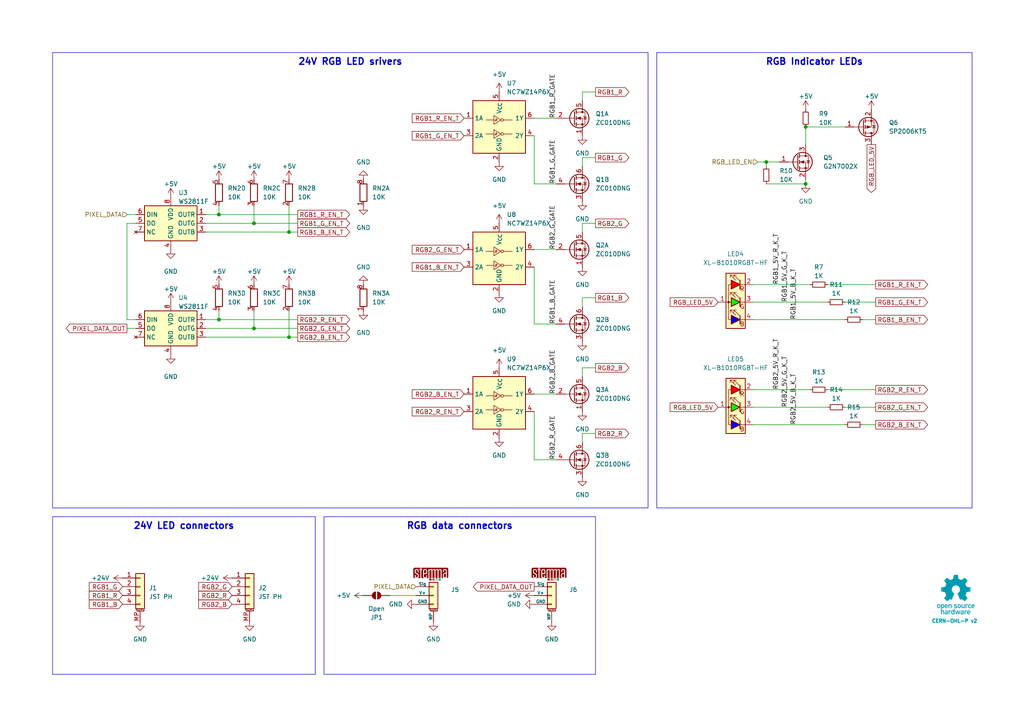
<source format=kicad_sch>
(kicad_sch (version 20231120) (generator "eeschema") (generator_version "8.0")
  (paper "A4")
  (lib_symbols
    (symbol "Connector_Generic_MountingPin:Conn_01x04_MountingPin" (pin_names (offset 1.016) hide)
      (property "Reference" "J" (at 0 5.08 0))
      (property "Value" "Conn_01x04_MountingPin" (at 1.27 -7.62 0))
      (symbol "Conn_01x04_MountingPin_1_1"
        (text "Mounting" (at 0 -6.731 0) (effects (font (size 0.381 0.381))))
        (pin passive line (at -5.08 2.54 0) (length 3.81) (name "Pin_1") (number "1"))
        (pin passive line (at -5.08 0 0) (length 3.81) (name "Pin_2") (number "2"))
        (pin passive line (at -5.08 -2.54 0) (length 3.81) (name "Pin_3") (number "3"))
        (pin passive line (at -5.08 -5.08 0) (length 3.81) (name "Pin_4") (number "4"))
        (pin passive line (at 0 -10.16 90) (length 3.048) (name "MountPin") (number "MP"))
      )
    )
    (symbol "Device:R_Pack04_Split" (pin_names (offset 0) hide)
      (property "Reference" "RN" (at 2.032 0 90))
      (property "Value" "R_Pack04_Split" (at 0 0 90))
      (symbol "R_Pack04_Split_1_1"
        (pin passive line (at 0 -3.81 90) (length 1.27) (name "R1.1") (number "1"))
        (pin passive line (at 0 3.81 270) (length 1.27) (name "R1.2") (number "8"))
      )
      (symbol "R_Pack04_Split_2_1"
        (pin passive line (at 0 -3.81 90) (length 1.27) (name "R2.1") (number "2"))
        (pin passive line (at 0 3.81 270) (length 1.27) (name "R2.2") (number "7"))
      )
      (symbol "R_Pack04_Split_3_1"
        (pin passive line (at 0 -3.81 90) (length 1.27) (name "R3.1") (number "3"))
        (pin passive line (at 0 3.81 270) (length 1.27) (name "R3.2") (number "6"))
      )
      (symbol "R_Pack04_Split_4_1"
        (pin passive line (at 0 -3.81 90) (length 1.27) (name "R4.1") (number "4"))
        (pin passive line (at 0 3.81 270) (length 1.27) (name "R4.2") (number "5"))
      )
    )
    (symbol "Device:R_Small" (pin_numbers hide) (pin_names (offset 0.254) hide)
      (property "Reference" "R" (at 0.762 0.508 0))
      (property "Value" "R_Small" (at 0.762 -1.016 0))
      (symbol "R_Small_1_1"
        (pin passive line (at 0 2.54 270) (length 0.762) (name "~") (number "1"))
        (pin passive line (at 0 -2.54 90) (length 0.762) (name "~") (number "2"))
      )
    )
    (symbol "Jumper:SolderJumper_2_Open" (pin_numbers hide) (pin_names (offset 0) hide) (exclude_from_sim yes) (in_bom no)
      (property "Reference" "JP" (at 0 2.032 0))
      (property "Value" "SolderJumper_2_Open" (at 0 -2.54 0))
      (symbol "SolderJumper_2_Open_1_1"
        (pin passive line (at -3.81 0 0) (length 2.54) (name "A") (number "1"))
        (pin passive line (at 3.81 0 180) (length 2.54) (name "B") (number "2"))
      )
    )
    (symbol "connector:STEMMA-Signal" (pin_numbers hide) (pin_names (offset 0))
      (property "Reference" "J" (at 2.54 0 0))
      (symbol "STEMMA-Signal_1_1"
        (text "Mounting" (at 0 -4.191 0) (effects (font (size 0.381 0.381))))
        (pin passive line (at -5.08 2.54 0) (length 3.81) (name "Sig") (number "1"))
        (pin passive line (at -5.08 0 0) (length 3.81) (name "V+") (number "2"))
        (pin passive line (at -5.08 -2.54 0) (length 3.81) (name "GND") (number "3"))
        (pin passive line (at 0 -7.62 90) (length 3.048) (name "MP") (number "MP"))
      )
    )
    (symbol "discrete:G2N7002X" (pin_names hide)
      (property "Reference" "Q" (at 5.08 1.905 0))
      (property "Value" "G2N7002X" (at 5.08 0 0))
      (symbol "G2N7002X_1_1"
        (pin input line (at -5.08 0 0) (length 2.54) (name "G") (number "1"))
        (pin passive line (at 2.54 -5.08 90) (length 2.54) (name "S") (number "2"))
        (pin passive line (at 2.54 5.08 270) (length 2.54) (name "D") (number "3"))
      )
    )
    (symbol "discrete:SP2006KT5" (pin_names hide)
      (property "Reference" "Q" (at 5.08 1.905 0))
      (property "Value" "SP2006KT5" (at 5.08 0 0))
      (symbol "SP2006KT5_1_1"
        (pin input line (at -5.08 0 0) (length 2.54) (name "G") (number "1"))
        (pin passive line (at 2.54 -5.08 90) (length 2.54) (name "S") (number "2"))
        (pin passive line (at 2.54 5.08 270) (length 2.54) (name "D") (number "3"))
      )
    )
    (symbol "discrete:XL-B1010RGBT-HF" (pin_names (offset 0) hide)
      (property "Reference" "D" (at 0 9.398 0))
      (property "Value" "XL-B1010RGBT-HF" (at 0 -8.89 0))
      (symbol "XL-B1010RGBT-HF_0_0"
        (text "B" (at -1.905 -6.35 0) (effects (font (size 1.27 1.27))))
        (text "G" (at -1.905 -1.27 0) (effects (font (size 1.27 1.27))))
        (text "R" (at -1.905 3.81 0) (effects (font (size 1.27 1.27))))
      )
      (symbol "XL-B1010RGBT-HF_1_1"
        (pin passive line (at 5.08 0 180) (length 2.54) (name "A") (number "1"))
        (pin passive line (at -5.08 5.08 0) (length 2.54) (name "RK") (number "2"))
        (pin passive line (at -5.08 0 0) (length 2.54) (name "GK") (number "3"))
        (pin passive line (at -5.08 -5.08 0) (length 2.54) (name "BK") (number "4"))
      )
    )
    (symbol "discrete:ZC010DNG" (pin_names hide)
      (property "Reference" "Q" (at 5.08 1.905 0))
      (property "Value" "ZC010DNG" (at 5.08 0 0))
      (symbol "ZC010DNG_1_1"
        (pin passive line (at 2.54 -5.08 90) (length 2.54) (name "S") (number "1"))
        (pin input line (at -5.08 0 0) (length 2.54) (name "G") (number "2"))
        (pin passive line (at 2.54 5.08 270) (length 2.54) (name "D") (number "5"))
      )
      (symbol "ZC010DNG_2_1"
        (pin passive line (at 2.54 -5.08 90) (length 2.54) (name "S") (number "3"))
        (pin input line (at -5.08 0 0) (length 2.54) (name "G") (number "4"))
        (pin passive line (at 2.54 5.08 270) (length 2.54) (name "D") (number "6"))
      )
    )
    (symbol "ic:NC7WZ14P6X"
      (property "Reference" "U" (at 2.54 12.7 0))
      (property "Value" "NC7WZ14P6X" (at 2.54 10.16 0))
      (symbol "NC7WZ14P6X_1_1"
        (pin input line (at -10.16 2.54 0) (length 2.54) (name "1A") (number "1"))
        (pin power_in line (at 0 -10.16 90) (length 2.54) (name "GND") (number "2"))
        (pin input line (at -10.16 -2.54 0) (length 2.54) (name "2A") (number "3"))
        (pin output line (at 10.16 -2.54 180) (length 2.54) (name "2Y") (number "4"))
        (pin power_in line (at 0 10.16 270) (length 2.54) (name "V_{CC}") (number "5"))
        (pin output line (at 10.16 2.54 180) (length 2.54) (name "1Y") (number "6"))
      )
    )
    (symbol "ic:WS2811F"
      (property "Reference" "U" (at -6.35 6.35 0))
      (property "Value" "WS2811F" (at 5.08 6.35 0))
      (symbol "WS2811F_1_1"
        (pin output line (at 10.16 2.54 180) (length 2.54) (name "OUTR") (number "1"))
        (pin output line (at 10.16 0 180) (length 2.54) (name "OUTG") (number "2"))
        (pin output line (at 10.16 -2.54 180) (length 2.54) (name "OUTB") (number "3"))
        (pin power_in line (at 0 -7.62 90) (length 2.54) (name "GND") (number "4"))
        (pin output line (at -10.16 0 0) (length 2.54) (name "DO") (number "5"))
        (pin input line (at -10.16 2.54 0) (length 2.54) (name "DIN") (number "6"))
        (pin no_connect line (at -10.16 -2.54 0) (length 2.54) (name "NC") (number "7"))
        (pin power_in line (at 0 7.62 270) (length 2.54) (name "VDD") (number "8"))
      )
    )
    (symbol "power:+5V" (power) (pin_numbers hide) (pin_names (offset 0) hide)
      (property "Value" "+5V" (at 0 3.556 0))
      (symbol "+5V_1_1"
        (pin power_in line (at 0 0 90) (length 0) (name "~") (number "1"))
      )
    )
    (symbol "power:GND" (power) (pin_numbers hide) (pin_names (offset 0) hide)
      (property "Value" "GND" (at 0 -3.81 0))
      (symbol "GND_1_1"
        (pin power_in line (at 0 0 270) (length 0) (name "~") (number "1"))
      )
    )
    (symbol "power:VCC" (power) (pin_numbers hide) (pin_names (offset 0) hide)
      (property "Value" "VCC" (at 0 3.556 0))
      (symbol "VCC_1_1"
        (pin power_in line (at 0 0 90) (length 0) (name "~") (number "1"))
      )
    )
  )
  (junction (at 73.66 95.25))
  (junction (at 63.5 92.71))
  (junction (at 222.25 46.99))
  (junction (at 233.68 53.34))
  (junction (at 83.82 67.31))
  (junction (at 83.82 97.79))
  (junction (at 233.68 36.83))
  (junction (at 63.5 62.23))
  (junction (at 73.66 64.77))
  (wire (pts (xy 63.5 90.17) (xy 63.5 92.71)))
  (wire (pts (xy 222.25 48.26) (xy 222.25 46.99)))
  (wire (pts (xy 233.68 36.83) (xy 233.68 41.91)))
  (wire (pts (xy 233.68 53.34) (xy 233.68 52.07)))
  (wire (pts (xy 86.36 67.31) (xy 83.82 67.31)))
  (wire (pts (xy 172.72 64.77) (xy 168.91 64.77)))
  (wire (pts (xy 222.25 46.99) (xy 226.06 46.99)))
  (wire (pts (xy 36.83 64.77) (xy 36.83 92.71)))
  (wire (pts (xy 168.91 45.72) (xy 168.91 48.26)))
  (wire (pts (xy 154.94 93.98) (xy 161.29 93.98)))
  (wire (pts (xy 83.82 97.79) (xy 59.69 97.79)))
  (wire (pts (xy 168.91 106.68) (xy 168.91 109.22)))
  (wire (pts (xy 172.72 125.73) (xy 168.91 125.73)))
  (wire (pts (xy 154.94 39.37) (xy 154.94 53.34)))
  (wire (pts (xy 218.44 82.55) (xy 234.95 82.55)))
  (wire (pts (xy 168.91 86.36) (xy 168.91 88.9)))
  (wire (pts (xy 154.94 114.3) (xy 161.29 114.3)))
  (wire (pts (xy 154.94 77.47) (xy 154.94 93.98)))
  (wire (pts (xy 222.25 53.34) (xy 233.68 53.34)))
  (wire (pts (xy 83.82 67.31) (xy 59.69 67.31)))
  (wire (pts (xy 254 82.55) (xy 240.03 82.55)))
  (wire (pts (xy 73.66 59.69) (xy 73.66 64.77)))
  (wire (pts (xy 172.72 26.67) (xy 168.91 26.67)))
  (wire (pts (xy 154.94 119.38) (xy 154.94 133.35)))
  (wire (pts (xy 73.66 95.25) (xy 59.69 95.25)))
  (wire (pts (xy 39.37 95.25) (xy 36.83 95.25)))
  (wire (pts (xy 86.36 62.23) (xy 63.5 62.23)))
  (wire (pts (xy 254 87.63) (xy 245.11 87.63)))
  (wire (pts (xy 36.83 64.77) (xy 39.37 64.77)))
  (wire (pts (xy 168.91 125.73) (xy 168.91 128.27)))
  (wire (pts (xy 83.82 90.17) (xy 83.82 97.79)))
  (wire (pts (xy 168.91 64.77) (xy 168.91 67.31)))
  (wire (pts (xy 154.94 72.39) (xy 161.29 72.39)))
  (wire (pts (xy 254 123.19) (xy 250.19 123.19)))
  (wire (pts (xy 254 113.03) (xy 240.03 113.03)))
  (wire (pts (xy 83.82 59.69) (xy 83.82 67.31)))
  (wire (pts (xy 254 92.71) (xy 250.19 92.71)))
  (wire (pts (xy 113.03 172.72) (xy 120.65 172.72)))
  (wire (pts (xy 154.94 53.34) (xy 161.29 53.34)))
  (wire (pts (xy 36.83 62.23) (xy 39.37 62.23)))
  (wire (pts (xy 172.72 45.72) (xy 168.91 45.72)))
  (wire (pts (xy 245.11 123.19) (xy 218.44 123.19)))
  (wire (pts (xy 168.91 26.67) (xy 168.91 29.21)))
  (wire (pts (xy 154.94 133.35) (xy 161.29 133.35)))
  (wire (pts (xy 219.71 46.99) (xy 222.25 46.99)))
  (wire (pts (xy 86.36 64.77) (xy 73.66 64.77)))
  (wire (pts (xy 240.03 118.11) (xy 218.44 118.11)))
  (wire (pts (xy 154.94 34.29) (xy 161.29 34.29)))
  (wire (pts (xy 234.95 113.03) (xy 218.44 113.03)))
  (wire (pts (xy 86.36 95.25) (xy 73.66 95.25)))
  (wire (pts (xy 86.36 97.79) (xy 83.82 97.79)))
  (wire (pts (xy 73.66 64.77) (xy 59.69 64.77)))
  (wire (pts (xy 254 118.11) (xy 245.11 118.11)))
  (wire (pts (xy 233.68 36.83) (xy 245.11 36.83)))
  (wire (pts (xy 172.72 86.36) (xy 168.91 86.36)))
  (wire (pts (xy 240.03 87.63) (xy 218.44 87.63)))
  (wire (pts (xy 63.5 59.69) (xy 63.5 62.23)))
  (wire (pts (xy 86.36 92.71) (xy 63.5 92.71)))
  (wire (pts (xy 63.5 62.23) (xy 59.69 62.23)))
  (wire (pts (xy 36.83 92.71) (xy 39.37 92.71)))
  (wire (pts (xy 172.72 106.68) (xy 168.91 106.68)))
  (wire (pts (xy 73.66 90.17) (xy 73.66 95.25)))
  (wire (pts (xy 63.5 92.71) (xy 59.69 92.71)))
  (wire (pts (xy 245.11 92.71) (xy 218.44 92.71)))
  (image (at 277.241 172.466) (scale 0.1691))
  (text_box "24V LED connectors" (at 15.24 149.86 0) (size 76.2 45.72) (effects (font (size 1.905 1.905) (thickness 0.381) (bold yes)) (justify top)))
  (text_box "RGB Indicator LEDs" (at 190.5 15.24 0) (size 91.44 132.08) (effects (font (size 1.905 1.905) (thickness 0.381) (bold yes)) (justify top)))
  (text_box "24V RGB LED srivers" (at 15.24 15.24 0) (size 172.72 132.08) (effects (font (size 1.905 1.905) (thickness 0.381) (bold yes)) (justify top)))
  (text_box "RGB data connectors" (at 93.98 149.86 0) (size 78.74 45.72) (effects (font (size 1.905 1.905) (thickness 0.381) (bold yes)) (justify top)))
  (text "CERN-OHL-P v2" (at 276.86 180.34 0) (effects (font (size 1.016 1.016) (thickness 0.4) (bold yes))))
  (label "RGB1_R_GATE" (at 161.29 34.29 90))
  (label "RGB2_B_GATE" (at 161.29 114.3 90))
  (label "RGB2_R_GATE" (at 161.29 133.35 90))
  (label "RGB2_5V_B_K_T" (at 231.14 123.19 90))
  (label "RGB2_5V_R_K_T" (at 226.06 113.03 90))
  (label "RGB1_5V_G_K_T" (at 228.6 87.63 90))
  (label "RGB2_G_GATE" (at 161.29 72.39 90))
  (label "RGB1_5V_R_K_T" (at 226.06 82.55 90))
  (label "RGB1_G_GATE" (at 161.29 53.34 90))
  (label "RGB1_B_GATE" (at 161.29 93.98 90))
  (label "RGB2_5V_G_K_T" (at 228.6 118.11 90))
  (label "RGB1_5V_B_K_T" (at 231.14 92.71 90))
  (global_label "RGB2_R" (shape output) (at 172.72 125.73 0) (property "Intersheetrefs" "${INTERSHEET_REFS}" (effects (hide yes))))
  (global_label "RGB1_R_EN_T" (shape output) (at 254 82.55 0) (property "Intersheetrefs" "${INTERSHEET_REFS}" (effects (hide yes))))
  (global_label "RGB2_B" (shape output) (at 172.72 106.68 0) (property "Intersheetrefs" "${INTERSHEET_REFS}" (effects (hide yes))))
  (global_label "RGB1_G" (shape output) (at 172.72 45.72 0) (property "Intersheetrefs" "${INTERSHEET_REFS}" (effects (hide yes))))
  (global_label "PIXEL_DATA_OUT" (shape output) (at 154.94 170.18 180) (property "Intersheetrefs" "${INTERSHEET_REFS}" (effects (hide yes))))
  (global_label "RGB1_G_EN_T" (shape input) (at 134.62 39.37 180) (property "Intersheetrefs" "${INTERSHEET_REFS}" (effects (hide yes))))
  (global_label "RGB2_R_EN_T" (shape input) (at 134.62 119.38 180) (property "Intersheetrefs" "${INTERSHEET_REFS}" (effects (hide yes))))
  (global_label "RGB2_G_EN_T" (shape input) (at 134.62 72.39 180) (property "Intersheetrefs" "${INTERSHEET_REFS}" (effects (hide yes))))
  (global_label "RGB1_G_EN_T" (shape output) (at 86.36 64.77 0) (property "Intersheetrefs" "${INTERSHEET_REFS}" (effects (hide yes))))
  (global_label "RGB_LED_5V" (shape input) (at 208.28 87.63 180) (property "Intersheetrefs" "${INTERSHEET_REFS}" (effects (hide yes))))
  (global_label "RGB1_G_EN_T" (shape output) (at 254 87.63 0) (property "Intersheetrefs" "${INTERSHEET_REFS}" (effects (hide yes))))
  (global_label "RGB1_B" (shape output) (at 172.72 86.36 0) (property "Intersheetrefs" "${INTERSHEET_REFS}" (effects (hide yes))))
  (global_label "RGB2_G_EN_T" (shape output) (at 254 118.11 0) (property "Intersheetrefs" "${INTERSHEET_REFS}" (effects (hide yes))))
  (global_label "RGB1_B" (shape input) (at 35.56 175.26 180) (property "Intersheetrefs" "${INTERSHEET_REFS}" (effects (hide yes))))
  (global_label "RGB1_R" (shape output) (at 172.72 26.67 0) (property "Intersheetrefs" "${INTERSHEET_REFS}" (effects (hide yes))))
  (global_label "RGB1_R_EN_T" (shape input) (at 134.62 34.29 180) (property "Intersheetrefs" "${INTERSHEET_REFS}" (effects (hide yes))))
  (global_label "RGB1_B_EN_T" (shape output) (at 86.36 67.31 0) (property "Intersheetrefs" "${INTERSHEET_REFS}" (effects (hide yes))))
  (global_label "RGB2_G_EN_T" (shape output) (at 86.36 95.25 0) (property "Intersheetrefs" "${INTERSHEET_REFS}" (effects (hide yes))))
  (global_label "RGB2_R_EN_T" (shape output) (at 86.36 92.71 0) (property "Intersheetrefs" "${INTERSHEET_REFS}" (effects (hide yes))))
  (global_label "RGB2_G" (shape output) (at 172.72 64.77 0) (property "Intersheetrefs" "${INTERSHEET_REFS}" (effects (hide yes))))
  (global_label "RGB2_G" (shape input) (at 67.31 170.18 180) (property "Intersheetrefs" "${INTERSHEET_REFS}" (effects (hide yes))))
  (global_label "RGB2_B_EN_T" (shape output) (at 86.36 97.79 0) (property "Intersheetrefs" "${INTERSHEET_REFS}" (effects (hide yes))))
  (global_label "RGB2_R" (shape input) (at 67.31 172.72 180) (property "Intersheetrefs" "${INTERSHEET_REFS}" (effects (hide yes))))
  (global_label "RGB_LED_5V" (shape output) (at 252.73 41.91 270) (property "Intersheetrefs" "${INTERSHEET_REFS}" (effects (hide yes))))
  (global_label "RGB2_B" (shape input) (at 67.31 175.26 180) (property "Intersheetrefs" "${INTERSHEET_REFS}" (effects (hide yes))))
  (global_label "PIXEL_DATA_OUT" (shape output) (at 36.83 95.25 180) (property "Intersheetrefs" "${INTERSHEET_REFS}" (effects (hide yes))))
  (global_label "RGB2_B_EN_T" (shape input) (at 134.62 114.3 180) (property "Intersheetrefs" "${INTERSHEET_REFS}" (effects (hide yes))))
  (global_label "RGB1_G" (shape input) (at 35.56 170.18 180) (property "Intersheetrefs" "${INTERSHEET_REFS}" (effects (hide yes))))
  (global_label "RGB1_B_EN_T" (shape output) (at 254 92.71 0) (property "Intersheetrefs" "${INTERSHEET_REFS}" (effects (hide yes))))
  (global_label "RGB2_B_EN_T" (shape output) (at 254 123.19 0) (property "Intersheetrefs" "${INTERSHEET_REFS}" (effects (hide yes))))
  (global_label "RGB1_R" (shape input) (at 35.56 172.72 180) (property "Intersheetrefs" "${INTERSHEET_REFS}" (effects (hide yes))))
  (global_label "RGB_LED_5V" (shape input) (at 208.28 118.11 180) (property "Intersheetrefs" "${INTERSHEET_REFS}" (effects (hide yes))))
  (global_label "RGB1_R_EN_T" (shape output) (at 86.36 62.23 0) (property "Intersheetrefs" "${INTERSHEET_REFS}" (effects (hide yes))))
  (global_label "RGB2_R_EN_T" (shape output) (at 254 113.03 0) (property "Intersheetrefs" "${INTERSHEET_REFS}" (effects (hide yes))))
  (global_label "RGB1_B_EN_T" (shape input) (at 134.62 77.47 180) (property "Intersheetrefs" "${INTERSHEET_REFS}" (effects (hide yes))))
  (hierarchical_label "RGB_LED_EN" (shape input) (at 219.71 46.99 180))
  (hierarchical_label "PIXEL_DATA" (shape input) (at 36.83 62.23 180))
  (hierarchical_label "PIXEL_DATA" (shape input) (at 120.65 170.18 180))
  (symbol (lib_id "power:+5V") (at 83.82 82.55 0) (unit 1)
    (property "Reference" "#PWR011" (effects (hide yes)))
    (property "Value" "+5V" (at 83.82 78.74 0))
    (property "Description" "Power symbol creates a global label with name \"+5V\"" (effects (hide yes)))
  )
  (symbol (lib_id "power:GND") (at 168.91 138.43 0) (unit 1)
    (property "Reference" "#PWR060" (effects (hide yes)))
    (property "Value" "GND" (at 168.91 143.51 0))
    (property "Description" "Power symbol creates a global label with name \"GND\" , ground" (effects (hide yes)))
  )
  (symbol (lib_id "discrete:ZC010DNG") (at 166.37 133.35 0) (unit 2)
    (property "Reference" "Q3" (at 172.72 132.0799 0) (effects (justify left)))
    (property "Value" "ZC010DNG" (at 172.72 134.6199 0) (effects (justify left)))
    (property "Footprint" "package:PDFN-8_L3.2-W3.1-P0.65-LS3.4-BL-EP2" (effects (hide yes)))
    (property "Datasheet" "https://www.lcsc.com/datasheet/lcsc_datasheet_2407301051_DOINGTER-ZC010DNG_C36499170.pdf" (effects (hide yes)))
    (property "Description" "35A Id, 30V Vds, Dual N-Channel MOSFET, PDFN-8(3x3)" (effects (hide yes)))
    (property "LCSC Part" "C36499170" (effects (hide yes)))
  )
  (symbol (lib_id "discrete:ZC010DNG") (at 166.37 53.34 0) (unit 2)
    (property "Reference" "Q1" (at 172.72 52.0699 0) (effects (justify left)))
    (property "Value" "ZC010DNG" (at 172.72 54.6099 0) (effects (justify left)))
    (property "Footprint" "package:PDFN-8_L3.2-W3.1-P0.65-LS3.4-BL-EP2" (effects (hide yes)))
    (property "Datasheet" "https://www.lcsc.com/datasheet/lcsc_datasheet_2407301051_DOINGTER-ZC010DNG_C36499170.pdf" (effects (hide yes)))
    (property "Description" "35A Id, 30V Vds, Dual N-Channel MOSFET, PDFN-8(3x3)" (effects (hide yes)))
    (property "LCSC Part" "C36499170" (effects (hide yes)))
  )
  (symbol (lib_id "Device:R_Pack04_Split") (at 73.66 86.36 0) (unit 3)
    (property "Reference" "RN3" (at 76.2 85.0899 0) (effects (justify left)))
    (property "Value" "10K" (at 76.2 87.6299 0) (effects (justify left)))
    (property "Footprint" "discrete:R_Array_Convex_4x0603" (effects (hide yes)))
    (property "Description" "4 resistor network, parallel topology, split" (effects (hide yes)))
  )
  (symbol (lib_id "power:GND") (at 49.53 102.87 0) (unit 1)
    (property "Reference" "#PWR035" (effects (hide yes)))
    (property "Value" "GND" (at 49.53 109.22 0))
    (property "Description" "Power symbol creates a global label with name \"GND\" , ground" (effects (hide yes)))
  )
  (symbol (lib_id "Jumper:SolderJumper_2_Open") (at 109.22 172.72 0) (mirror x) (unit 1) (exclude_from_sim yes) (in_bom no)
    (property "Reference" "JP1" (at 109.22 179.07 0))
    (property "Value" "Open" (at 109.22 176.53 0))
    (property "Footprint" "Jumper:SolderJumper-2_P1.3mm_Open_TrianglePad1.0x1.5mm" (effects (hide yes)))
    (property "Description" "Solder Jumper, 2-pole, open" (effects (hide yes)))
  )
  (symbol (lib_id "ic:WS2811F") (at 49.53 64.77 0) (unit 1)
    (property "Reference" "U3" (at 51.7241 55.88 0) (effects (justify left)))
    (property "Value" "WS2811F" (at 51.7241 58.42 0) (effects (justify left)))
    (property "Footprint" "package:FSOP-8_3.3x1.7mm_P0.80mm" (effects (hide yes)))
    (property "Datasheet" "https://www.lcsc.com/datasheet/lcsc_datasheet_2310231548_Worldsemi-WS2811F_C5446692.pdf" (effects (hide yes)))
    (property "Description" "3-Channel 8-Bit PWM LED Driver, FSOP-8" (effects (hide yes)))
    (property "LCSC Part" "C5446692" (effects (hide yes)))
  )
  (symbol (lib_id "power:GND") (at 72.39 180.34 0) (unit 1)
    (property "Reference" "#PWR075" (effects (hide yes)))
    (property "Value" "GND" (at 72.39 185.42 0))
    (property "Description" "Power symbol creates a global label with name \"GND\" , ground" (effects (hide yes)))
  )
  (symbol (lib_id "power:+5V") (at 49.53 87.63 0) (unit 1)
    (property "Reference" "#PWR033" (effects (hide yes)))
    (property "Value" "+5V" (at 49.53 83.82 0))
    (property "Description" "Power symbol creates a global label with name \"+5V\"" (effects (hide yes)))
  )
  (symbol (lib_id "power:GND") (at 168.91 99.06 0) (unit 1)
    (property "Reference" "#PWR054" (effects (hide yes)))
    (property "Value" "GND" (at 168.91 104.14 0))
    (property "Description" "Power symbol creates a global label with name \"GND\" , ground" (effects (hide yes)))
  )
  (symbol (lib_id "discrete:ZC010DNG") (at 166.37 72.39 0) (unit 1)
    (property "Reference" "Q2" (at 172.72 71.1199 0) (effects (justify left)))
    (property "Value" "ZC010DNG" (at 172.72 73.6599 0) (effects (justify left)))
    (property "Footprint" "package:PDFN-8_L3.2-W3.1-P0.65-LS3.4-BL-EP2" (effects (hide yes)))
    (property "Datasheet" "https://www.lcsc.com/datasheet/lcsc_datasheet_2407301051_DOINGTER-ZC010DNG_C36499170.pdf" (effects (hide yes)))
    (property "Description" "35A Id, 30V Vds, Dual N-Channel MOSFET, PDFN-8(3x3)" (effects (hide yes)))
    (property "LCSC Part" "C36499170" (effects (hide yes)))
  )
  (symbol (lib_id "Device:R_Small") (at 237.49 113.03 270) (unit 1)
    (property "Reference" "R13" (at 237.49 107.95 90))
    (property "Value" "1K" (at 237.49 110.49 90))
    (property "Footprint" "Resistor_SMD:R_0402_1005Metric" (effects (hide yes)))
    (property "Description" "Resistor, small symbol" (effects (hide yes)))
  )
  (symbol (lib_id "Device:R_Small") (at 247.65 92.71 270) (unit 1)
    (property "Reference" "R12" (at 247.65 87.63 90))
    (property "Value" "1K" (at 247.65 90.17 90))
    (property "Footprint" "Resistor_SMD:R_0402_1005Metric" (effects (hide yes)))
    (property "Description" "Resistor, small symbol" (effects (hide yes)))
  )
  (symbol (lib_id "Connector_Generic_MountingPin:Conn_01x04_MountingPin") (at 40.64 170.18 0) (unit 1)
    (property "Reference" "J1" (at 43.18 170.5355 0) (effects (justify left)))
    (property "Value" "JST PH" (at 43.18 173.0755 0) (effects (justify left)))
    (property "Footprint" "connector:JST_PH_S4B-PH-SM4-TB_1x04-1MP_P2.00mm_Horizontal" (effects (hide yes)))
    (property "Description" "Generic connectable mounting pin connector, single row, 01x04, script generated (kicad-library-utils/schlib/autogen/connector/)" (effects (hide yes)))
    (property "LCSC Part" "C5343396" (effects (hide yes)))
  )
  (symbol (lib_id "ic:NC7WZ14P6X") (at 144.78 36.83 0) (unit 1)
    (property "Reference" "U7" (at 146.9741 24.13 0) (effects (justify left)))
    (property "Value" "NC7WZ14P6X" (at 146.9741 26.67 0) (effects (justify left)))
    (property "Footprint" "Package_TO_SOT_SMD:SOT-363_SC-70-6" (effects (hide yes)))
    (property "Datasheet" "https://www.onsemi.com/download/data-sheet/pdf/nc7wz14-d.pdf" (effects (hide yes)))
    (property "Description" "Dual schmitt inverter, VCC from 1.65 to 5.5 V, SOT-363-6" (effects (hide yes)))
    (property "LCSC Part" "C5207816" (effects (hide yes)))
  )
  (symbol (lib_id "Device:R_Pack04_Split") (at 73.66 55.88 0) (unit 3)
    (property "Reference" "RN2" (at 76.2 54.6099 0) (effects (justify left)))
    (property "Value" "10K" (at 76.2 57.1499 0) (effects (justify left)))
    (property "Footprint" "discrete:R_Array_Convex_4x0603" (effects (hide yes)))
    (property "Description" "4 resistor network, parallel topology, split" (effects (hide yes)))
  )
  (symbol (lib_id "Device:R_Small") (at 247.65 123.19 270) (unit 1)
    (property "Reference" "R15" (at 247.65 118.11 90))
    (property "Value" "1K" (at 247.65 120.65 90))
    (property "Footprint" "Resistor_SMD:R_0402_1005Metric" (effects (hide yes)))
    (property "Description" "Resistor, small symbol" (effects (hide yes)))
  )
  (symbol (lib_id "power:VCC") (at 67.31 167.64 90) (unit 1)
    (property "Reference" "#PWR074" (effects (hide yes)))
    (property "Value" "+24V" (at 63.5 167.6399 90) (effects (justify left)))
    (property "Description" "Power symbol creates a global label with name \"VCC\"" (effects (hide yes)))
  )
  (symbol (lib_id "power:VCC") (at 35.56 167.64 90) (unit 1)
    (property "Reference" "#PWR067" (effects (hide yes)))
    (property "Value" "+24V" (at 31.75 167.6399 90) (effects (justify left)))
    (property "Description" "Power symbol creates a global label with name \"VCC\"" (effects (hide yes)))
  )
  (symbol (lib_id "Device:R_Small") (at 242.57 118.11 270) (unit 1)
    (property "Reference" "R14" (at 242.57 113.03 90))
    (property "Value" "1K" (at 242.57 115.57 90))
    (property "Footprint" "Resistor_SMD:R_0402_1005Metric" (effects (hide yes)))
    (property "Description" "Resistor, small symbol" (effects (hide yes)))
  )
  (symbol (lib_id "power:GND") (at 144.78 46.99 0) (unit 1)
    (property "Reference" "#PWR041" (effects (hide yes)))
    (property "Value" "GND" (at 144.78 52.07 0))
    (property "Description" "Power symbol creates a global label with name \"GND\" , ground" (effects (hide yes)))
  )
  (symbol (lib_id "Device:R_Pack04_Split") (at 105.41 55.88 0) (unit 1)
    (property "Reference" "RN2" (at 107.95 54.6099 0) (effects (justify left)))
    (property "Value" "10K" (at 107.95 57.1499 0) (effects (justify left)))
    (property "Footprint" "discrete:R_Array_Convex_4x0603" (effects (hide yes)))
    (property "Description" "4 resistor network, parallel topology, split" (effects (hide yes)))
  )
  (symbol (lib_id "power:+5V") (at 73.66 52.07 0) (unit 1)
    (property "Reference" "#PWR06" (effects (hide yes)))
    (property "Value" "+5V" (at 73.66 48.26 0))
    (property "Description" "Power symbol creates a global label with name \"+5V\"" (effects (hide yes)))
  )
  (symbol (lib_id "discrete:ZC010DNG") (at 166.37 93.98 0) (unit 2)
    (property "Reference" "Q2" (at 172.72 92.7099 0) (effects (justify left)))
    (property "Value" "ZC010DNG" (at 172.72 95.2499 0) (effects (justify left)))
    (property "Footprint" "package:PDFN-8_L3.2-W3.1-P0.65-LS3.4-BL-EP2" (effects (hide yes)))
    (property "Datasheet" "https://www.lcsc.com/datasheet/lcsc_datasheet_2407301051_DOINGTER-ZC010DNG_C36499170.pdf" (effects (hide yes)))
    (property "Description" "35A Id, 30V Vds, Dual N-Channel MOSFET, PDFN-8(3x3)" (effects (hide yes)))
    (property "LCSC Part" "C36499170" (effects (hide yes)))
  )
  (symbol (lib_id "power:VCC") (at 105.41 172.72 90) (unit 1)
    (property "Reference" "#PWR076" (effects (hide yes)))
    (property "Value" "+5V" (at 101.6 172.7199 90) (effects (justify left)))
    (property "Description" "Power symbol creates a global label with name \"VCC\"" (effects (hide yes)))
  )
  (symbol (lib_id "connector:STEMMA-Signal") (at 125.73 172.72 0) (unit 1)
    (property "Reference" "J5" (at 130.81 171.0185 0) (effects (justify left)))
    (property "Value" "STEMMA-Signal" (effects (hide yes)))
    (property "Footprint" "connector:STEMMA-Signal-SMD-horizontal" (effects (hide yes)))
    (property "Datasheet" "https://learn.adafruit.com/introducing-adafruit-stemma-qt/technical-specs" (effects (hide yes)))
    (property "Description" "STEMMA signal connector, JST PH 2.0mm 1x03" (effects (hide yes)))
    (property "LCSC Part" "C5372880" (effects (hide yes)))
  )
  (symbol (lib_id "power:GND") (at 125.73 180.34 0) (unit 1)
    (property "Reference" "#PWR078" (effects (hide yes)))
    (property "Value" "GND" (at 125.73 185.42 0))
    (property "Description" "Power symbol creates a global label with name \"GND\" , ground" (effects (hide yes)))
  )
  (symbol (lib_id "Device:R_Small") (at 222.25 50.8 180) (unit 1)
    (property "Reference" "R10" (at 226.06 49.5299 0) (effects (justify right)))
    (property "Value" "10K" (at 226.06 52.0699 0) (effects (justify right)))
    (property "Footprint" "Resistor_SMD:R_0402_1005Metric" (effects (hide yes)))
    (property "Description" "Resistor, small symbol" (effects (hide yes)))
  )
  (symbol (lib_id "power:GND") (at 160.02 180.34 0) (unit 1)
    (property "Reference" "#PWR081" (effects (hide yes)))
    (property "Value" "GND" (at 160.02 185.42 0))
    (property "Description" "Power symbol creates a global label with name \"GND\" , ground" (effects (hide yes)))
  )
  (symbol (lib_id "power:GND") (at 154.94 175.26 270) (unit 1)
    (property "Reference" "#PWR080" (effects (hide yes)))
    (property "Value" "GND" (at 151.13 175.2599 90) (effects (justify right)))
    (property "Description" "Power symbol creates a global label with name \"GND\" , ground" (effects (hide yes)))
  )
  (symbol (lib_id "power:GND") (at 49.53 72.39 0) (unit 1)
    (property "Reference" "#PWR032" (effects (hide yes)))
    (property "Value" "GND" (at 49.53 78.74 0))
    (property "Description" "Power symbol creates a global label with name \"GND\" , ground" (effects (hide yes)))
  )
  (symbol (lib_id "power:GND") (at 168.91 119.38 0) (unit 1)
    (property "Reference" "#PWR057" (effects (hide yes)))
    (property "Value" "GND" (at 168.91 124.46 0))
    (property "Description" "Power symbol creates a global label with name \"GND\" , ground" (effects (hide yes)))
  )
  (symbol (lib_id "discrete:XL-B1010RGBT-HF") (at 213.36 118.11 0) (mirror y) (unit 1)
    (property "Reference" "LED5" (at 213.36 104.14 0))
    (property "Value" "XL-B1010RGBT-HF" (at 213.36 106.68 0))
    (property "Footprint" "discrete:LED_RGB_XL-B1010RGBT-HF_1.0x1.0mm" (effects (hide yes)))
    (property "Datasheet" "https://www.lcsc.com/datasheet/lcsc_datasheet_2406131538_XINGLIGHT-XL-B1010RGBT-HF_C22464515.pdf" (effects (hide yes)))
    (property "Description" "RGB LED, anode/red/green/blue" (effects (hide yes)))
    (property "LCSC Part" "C22464515" (effects (hide yes)))
  )
  (symbol (lib_id "power:GND") (at 144.78 85.09 0) (unit 1)
    (property "Reference" "#PWR046" (effects (hide yes)))
    (property "Value" "GND" (at 144.78 90.17 0))
    (property "Description" "Power symbol creates a global label with name \"GND\" , ground" (effects (hide yes)))
  )
  (symbol (lib_id "power:GND") (at 105.41 59.69 0) (unit 1)
    (property "Reference" "#PWR015" (effects (hide yes)))
    (property "Value" "GND" (at 105.41 66.04 0))
    (property "Description" "Power symbol creates a global label with name \"GND\" , ground" (effects (hide yes)))
  )
  (symbol (lib_id "Device:R_Small") (at 237.49 82.55 270) (unit 1)
    (property "Reference" "R7" (at 237.49 77.47 90))
    (property "Value" "1K" (at 237.49 80.01 90))
    (property "Footprint" "Resistor_SMD:R_0402_1005Metric" (effects (hide yes)))
    (property "Description" "Resistor, small symbol" (effects (hide yes)))
  )
  (symbol (lib_id "power:GND") (at 120.65 175.26 270) (unit 1)
    (property "Reference" "#PWR077" (effects (hide yes)))
    (property "Value" "GND" (at 116.84 175.2599 90) (effects (justify right)))
    (property "Description" "Power symbol creates a global label with name \"GND\" , ground" (effects (hide yes)))
  )
  (symbol (lib_id "power:+5V") (at 63.5 82.55 0) (unit 1)
    (property "Reference" "#PWR05" (effects (hide yes)))
    (property "Value" "+5V" (at 63.5 78.74 0))
    (property "Description" "Power symbol creates a global label with name \"+5V\"" (effects (hide yes)))
  )
  (symbol (lib_id "ic:NC7WZ14P6X") (at 144.78 74.93 0) (unit 1)
    (property "Reference" "U8" (at 146.9741 62.23 0) (effects (justify left)))
    (property "Value" "NC7WZ14P6X" (at 146.9741 64.77 0) (effects (justify left)))
    (property "Footprint" "Package_TO_SOT_SMD:SOT-363_SC-70-6" (effects (hide yes)))
    (property "Datasheet" "https://www.onsemi.com/download/data-sheet/pdf/nc7wz14-d.pdf" (effects (hide yes)))
    (property "Description" "Dual schmitt inverter, VCC from 1.65 to 5.5 V, SOT-363-6" (effects (hide yes)))
    (property "LCSC Part" "C5207816" (effects (hide yes)))
  )
  (symbol (lib_id "Device:R_Pack04_Split") (at 105.41 86.36 0) (unit 1)
    (property "Reference" "RN3" (at 107.95 85.0899 0) (effects (justify left)))
    (property "Value" "10K" (at 107.95 87.6299 0) (effects (justify left)))
    (property "Footprint" "discrete:R_Array_Convex_4x0603" (effects (hide yes)))
    (property "Description" "4 resistor network, parallel topology, split" (effects (hide yes)))
  )
  (symbol (lib_id "power:VCC") (at 144.78 26.67 0) (unit 1)
    (property "Reference" "#PWR037" (effects (hide yes)))
    (property "Value" "+5V" (at 144.78 21.59 0))
    (property "Description" "Power symbol creates a global label with name \"VCC\"" (effects (hide yes)))
  )
  (symbol (lib_id "discrete:SP2006KT5") (at 250.19 36.83 0) (mirror x) (unit 1)
    (property "Reference" "Q6" (at 257.81 35.5599 0) (effects (justify left)))
    (property "Value" "SP2006KT5" (at 257.81 38.0999 0) (effects (justify left)))
    (property "Footprint" "package:SOT-523" (effects (hide yes)))
    (property "Datasheet" "https://www.lcsc.com/datasheet/lcsc_datasheet_2411212332_Siliup-SP2006KT5_C41355141.pdf" (effects (hide yes)))
    (property "Description" "-0.66A Id, -20V Vds, P-Channel MOSFET, SOT-563" (effects (hide yes)))
    (property "LCSC Part" "C41355141" (effects (hide yes)))
  )
  (symbol (lib_id "Connector_Generic_MountingPin:Conn_01x04_MountingPin") (at 72.39 170.18 0) (unit 1)
    (property "Reference" "J2" (at 74.93 170.5355 0) (effects (justify left)))
    (property "Value" "JST PH" (at 74.93 173.0755 0) (effects (justify left)))
    (property "Footprint" "connector:JST_PH_S4B-PH-SM4-TB_1x04-1MP_P2.00mm_Horizontal" (effects (hide yes)))
    (property "Description" "Generic connectable mounting pin connector, single row, 01x04, script generated (kicad-library-utils/schlib/autogen/connector/)" (effects (hide yes)))
    (property "LCSC Part" "C5343396" (effects (hide yes)))
  )
  (symbol (lib_id "Device:R_Small") (at 233.68 34.29 180) (unit 1)
    (property "Reference" "R9" (at 237.49 33.0199 0) (effects (justify right)))
    (property "Value" "10K" (at 237.49 35.5599 0) (effects (justify right)))
    (property "Footprint" "Resistor_SMD:R_0402_1005Metric" (effects (hide yes)))
    (property "Description" "Resistor, small symbol" (effects (hide yes)))
  )
  (symbol (lib_id "power:VCC") (at 154.94 172.72 90) (unit 1)
    (property "Reference" "#PWR079" (effects (hide yes)))
    (property "Value" "+5V" (at 151.13 172.7199 90) (effects (justify left)))
    (property "Description" "Power symbol creates a global label with name \"VCC\"" (effects (hide yes)))
  )
  (symbol (lib_id "power:GND") (at 233.68 53.34 0) (unit 1)
    (property "Reference" "#PWR09" (effects (hide yes)))
    (property "Value" "GND" (at 233.68 58.42 0))
    (property "Description" "Power symbol creates a global label with name \"GND\" , ground" (effects (hide yes)))
  )
  (symbol (lib_id "power:GND") (at 168.91 77.47 0) (unit 1)
    (property "Reference" "#PWR052" (effects (hide yes)))
    (property "Value" "GND" (at 168.91 82.55 0))
    (property "Description" "Power symbol creates a global label with name \"GND\" , ground" (effects (hide yes)))
  )
  (symbol (lib_id "power:VCC") (at 233.68 31.75 0) (unit 1)
    (property "Reference" "#PWR08" (effects (hide yes)))
    (property "Value" "+5V" (at 233.68 27.94 0))
    (property "Description" "Power symbol creates a global label with name \"VCC\"" (effects (hide yes)))
  )
  (symbol (lib_id "power:GND") (at 168.91 58.42 0) (unit 1)
    (property "Reference" "#PWR051" (effects (hide yes)))
    (property "Value" "GND" (at 168.91 63.5 0))
    (property "Description" "Power symbol creates a global label with name \"GND\" , ground" (effects (hide yes)))
  )
  (symbol (lib_id "power:GND") (at 40.64 180.34 0) (unit 1)
    (property "Reference" "#PWR068" (effects (hide yes)))
    (property "Value" "GND" (at 40.64 185.42 0))
    (property "Description" "Power symbol creates a global label with name \"GND\" , ground" (effects (hide yes)))
  )
  (symbol (lib_id "discrete:ZC010DNG") (at 166.37 114.3 0) (unit 1)
    (property "Reference" "Q3" (at 172.72 113.0299 0) (effects (justify left)))
    (property "Value" "ZC010DNG" (at 172.72 115.5699 0) (effects (justify left)))
    (property "Footprint" "package:PDFN-8_L3.2-W3.1-P0.65-LS3.4-BL-EP2" (effects (hide yes)))
    (property "Datasheet" "https://www.lcsc.com/datasheet/lcsc_datasheet_2407301051_DOINGTER-ZC010DNG_C36499170.pdf" (effects (hide yes)))
    (property "Description" "35A Id, 30V Vds, Dual N-Channel MOSFET, PDFN-8(3x3)" (effects (hide yes)))
    (property "LCSC Part" "C36499170" (effects (hide yes)))
  )
  (symbol (lib_id "power:+5V") (at 49.53 57.15 0) (unit 1)
    (property "Reference" "#PWR019" (effects (hide yes)))
    (property "Value" "+5V" (at 49.53 53.34 0))
    (property "Description" "Power symbol creates a global label with name \"+5V\"" (effects (hide yes)))
  )
  (symbol (lib_id "ic:WS2811F") (at 49.53 95.25 0) (unit 1)
    (property "Reference" "U4" (at 51.7241 86.36 0) (effects (justify left)))
    (property "Value" "WS2811F" (at 51.7241 88.9 0) (effects (justify left)))
    (property "Footprint" "package:FSOP-8_3.3x1.7mm_P0.80mm" (effects (hide yes)))
    (property "Datasheet" "https://www.lcsc.com/datasheet/lcsc_datasheet_2310231548_Worldsemi-WS2811F_C5446692.pdf" (effects (hide yes)))
    (property "Description" "3-Channel 8-Bit PWM LED Driver, FSOP-8" (effects (hide yes)))
    (property "LCSC Part" "C5446692" (effects (hide yes)))
  )
  (symbol (lib_id "power:VCC") (at 144.78 106.68 0) (unit 1)
    (property "Reference" "#PWR048" (effects (hide yes)))
    (property "Value" "+5V" (at 144.78 101.6 0))
    (property "Description" "Power symbol creates a global label with name \"VCC\"" (effects (hide yes)))
  )
  (symbol (lib_id "power:+5V") (at 63.5 52.07 0) (unit 1)
    (property "Reference" "#PWR01" (effects (hide yes)))
    (property "Value" "+5V" (at 63.5 48.26 0))
    (property "Description" "Power symbol creates a global label with name \"+5V\"" (effects (hide yes)))
  )
  (symbol (lib_id "power:+5V") (at 83.82 52.07 0) (unit 1)
    (property "Reference" "#PWR010" (effects (hide yes)))
    (property "Value" "+5V" (at 83.82 48.26 0))
    (property "Description" "Power symbol creates a global label with name \"+5V\"" (effects (hide yes)))
  )
  (symbol (lib_id "power:GND") (at 105.41 82.55 180) (unit 1)
    (property "Reference" "#PWR016" (effects (hide yes)))
    (property "Value" "GND" (at 105.41 77.47 0))
    (property "Description" "Power symbol creates a global label with name \"GND\" , ground" (effects (hide yes)))
  )
  (symbol (lib_id "discrete:XL-B1010RGBT-HF") (at 213.36 87.63 0) (mirror y) (unit 1)
    (property "Reference" "LED4" (at 213.36 73.66 0))
    (property "Value" "XL-B1010RGBT-HF" (at 213.36 76.2 0))
    (property "Footprint" "discrete:LED_RGB_XL-B1010RGBT-HF_1.0x1.0mm" (effects (hide yes)))
    (property "Datasheet" "https://www.lcsc.com/datasheet/lcsc_datasheet_2406131538_XINGLIGHT-XL-B1010RGBT-HF_C22464515.pdf" (effects (hide yes)))
    (property "Description" "RGB LED, anode/red/green/blue" (effects (hide yes)))
    (property "LCSC Part" "C22464515" (effects (hide yes)))
  )
  (symbol (lib_id "power:VCC") (at 144.78 64.77 0) (unit 1)
    (property "Reference" "#PWR045" (effects (hide yes)))
    (property "Value" "+5V" (at 144.78 59.69 0))
    (property "Description" "Power symbol creates a global label with name \"VCC\"" (effects (hide yes)))
  )
  (symbol (lib_id "power:GND") (at 105.41 90.17 0) (unit 1)
    (property "Reference" "#PWR017" (effects (hide yes)))
    (property "Value" "GND" (at 105.41 96.52 0))
    (property "Description" "Power symbol creates a global label with name \"GND\" , ground" (effects (hide yes)))
  )
  (symbol (lib_id "power:VCC") (at 252.73 31.75 0) (unit 1)
    (property "Reference" "#PWR018" (effects (hide yes)))
    (property "Value" "+5V" (at 252.73 27.94 0))
    (property "Description" "Power symbol creates a global label with name \"VCC\"" (effects (hide yes)))
  )
  (symbol (lib_id "ic:NC7WZ14P6X") (at 144.78 116.84 0) (unit 1)
    (property "Reference" "U9" (at 146.9741 104.14 0) (effects (justify left)))
    (property "Value" "NC7WZ14P6X" (at 146.9741 106.68 0) (effects (justify left)))
    (property "Footprint" "Package_TO_SOT_SMD:SOT-363_SC-70-6" (effects (hide yes)))
    (property "Datasheet" "https://www.onsemi.com/download/data-sheet/pdf/nc7wz14-d.pdf" (effects (hide yes)))
    (property "Description" "Dual schmitt inverter, VCC from 1.65 to 5.5 V, SOT-363-6" (effects (hide yes)))
    (property "LCSC Part" "C5207816" (effects (hide yes)))
  )
  (symbol (lib_id "Device:R_Pack04_Split") (at 83.82 86.36 0) (unit 2)
    (property "Reference" "RN3" (at 86.36 85.0899 0) (effects (justify left)))
    (property "Value" "10K" (at 86.36 87.6299 0) (effects (justify left)))
    (property "Footprint" "discrete:R_Array_Convex_4x0603" (effects (hide yes)))
    (property "Description" "4 resistor network, parallel topology, split" (effects (hide yes)))
  )
  (symbol (lib_id "Device:R_Pack04_Split") (at 63.5 86.36 0) (unit 4)
    (property "Reference" "RN3" (at 66.04 85.0899 0) (effects (justify left)))
    (property "Value" "10K" (at 66.04 87.6299 0) (effects (justify left)))
    (property "Footprint" "discrete:R_Array_Convex_4x0603" (effects (hide yes)))
    (property "Description" "4 resistor network, parallel topology, split" (effects (hide yes)))
  )
  (symbol (lib_id "discrete:ZC010DNG") (at 166.37 34.29 0) (unit 1)
    (property "Reference" "Q1" (at 172.72 33.0199 0) (effects (justify left)))
    (property "Value" "ZC010DNG" (at 172.72 35.5599 0) (effects (justify left)))
    (property "Footprint" "package:PDFN-8_L3.2-W3.1-P0.65-LS3.4-BL-EP2" (effects (hide yes)))
    (property "Datasheet" "https://www.lcsc.com/datasheet/lcsc_datasheet_2407301051_DOINGTER-ZC010DNG_C36499170.pdf" (effects (hide yes)))
    (property "Description" "35A Id, 30V Vds, Dual N-Channel MOSFET, PDFN-8(3x3)" (effects (hide yes)))
    (property "LCSC Part" "C36499170" (effects (hide yes)))
  )
  (symbol (lib_id "power:GND") (at 168.91 39.37 0) (unit 1)
    (property "Reference" "#PWR050" (effects (hide yes)))
    (property "Value" "GND" (at 168.91 44.45 0))
    (property "Description" "Power symbol creates a global label with name \"GND\" , ground" (effects (hide yes)))
  )
  (symbol (lib_id "discrete:G2N7002X") (at 231.14 46.99 0) (unit 1)
    (property "Reference" "Q5" (at 238.76 45.7199 0) (effects (justify left)))
    (property "Value" "G2N7002X" (at 238.76 48.2599 0) (effects (justify left)))
    (property "Footprint" "package:SOT-523" (effects (hide yes)))
    (property "Datasheet" "https://www.lcsc.com/datasheet/lcsc_datasheet_2410121447_GOFORD-G2N7002X_C5258971.pdf" (effects (hide yes)))
    (property "Description" "0.340A Id, 60V Vds, N-Channel MOSFET, SOT-523" (effects (hide yes)))
    (property "LCSC Part" "C5258971" (effects (hide yes)))
  )
  (symbol (lib_id "power:+5V") (at 73.66 82.55 0) (unit 1)
    (property "Reference" "#PWR07" (effects (hide yes)))
    (property "Value" "+5V" (at 73.66 78.74 0))
    (property "Description" "Power symbol creates a global label with name \"+5V\"" (effects (hide yes)))
  )
  (symbol (lib_id "power:GND") (at 144.78 127 0) (unit 1)
    (property "Reference" "#PWR049" (effects (hide yes)))
    (property "Value" "GND" (at 144.78 132.08 0))
    (property "Description" "Power symbol creates a global label with name \"GND\" , ground" (effects (hide yes)))
  )
  (symbol (lib_id "Device:R_Pack04_Split") (at 63.5 55.88 0) (unit 4)
    (property "Reference" "RN2" (at 66.04 54.6099 0) (effects (justify left)))
    (property "Value" "10K" (at 66.04 57.1499 0) (effects (justify left)))
    (property "Footprint" "discrete:R_Array_Convex_4x0603" (effects (hide yes)))
    (property "Description" "4 resistor network, parallel topology, split" (effects (hide yes)))
  )
  (symbol (lib_id "Device:R_Pack04_Split") (at 83.82 55.88 0) (unit 2)
    (property "Reference" "RN2" (at 86.36 54.6099 0) (effects (justify left)))
    (property "Value" "10K" (at 86.36 57.1499 0) (effects (justify left)))
    (property "Footprint" "discrete:R_Array_Convex_4x0603" (effects (hide yes)))
    (property "Description" "4 resistor network, parallel topology, split" (effects (hide yes)))
  )
  (symbol (lib_id "connector:STEMMA-Signal") (at 160.02 172.72 0) (unit 1)
    (property "Reference" "J6" (at 165.1 171.0185 0) (effects (justify left)))
    (property "Value" "STEMMA-Signal" (effects (hide yes)))
    (property "Footprint" "connector:STEMMA-Signal-SMD-horizontal" (effects (hide yes)))
    (property "Datasheet" "https://learn.adafruit.com/introducing-adafruit-stemma-qt/technical-specs" (effects (hide yes)))
    (property "Description" "STEMMA signal connector, JST PH 2.0mm 1x03" (effects (hide yes)))
    (property "LCSC Part" "C5372880" (effects (hide yes)))
  )
  (symbol (lib_id "power:GND") (at 105.41 52.07 180) (unit 1)
    (property "Reference" "#PWR014" (effects (hide yes)))
    (property "Value" "GND" (at 105.41 46.99 0))
    (property "Description" "Power symbol creates a global label with name \"GND\" , ground" (effects (hide yes)))
  )
  (symbol (lib_id "Device:R_Small") (at 242.57 87.63 270) (unit 1)
    (property "Reference" "R11" (at 242.57 82.55 90))
    (property "Value" "1K" (at 242.57 85.09 90))
    (property "Footprint" "Resistor_SMD:R_0402_1005Metric" (effects (hide yes)))
    (property "Description" "Resistor, small symbol" (effects (hide yes)))
  )
)
</source>
